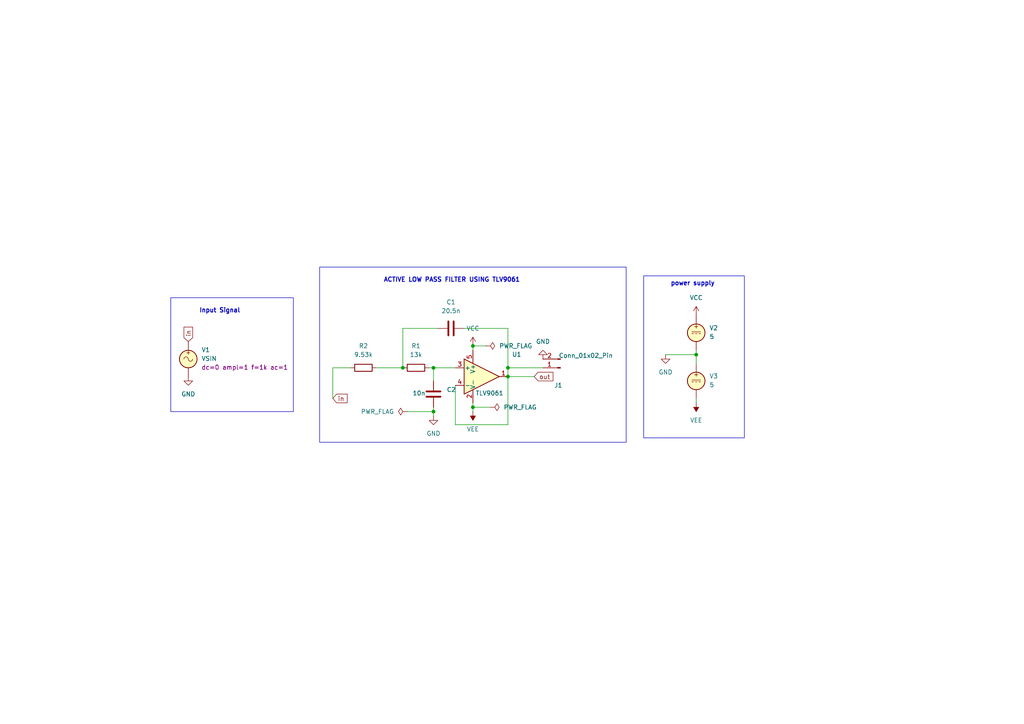
<source format=kicad_sch>
(kicad_sch
	(version 20250114)
	(generator "eeschema")
	(generator_version "9.0")
	(uuid "dcd81fd9-0334-49fd-811c-e291cff9dfdf")
	(paper "A4")
	(title_block
		(title "ACTIVE LOW PASS FILTER ")
		(date "2025-11-29")
		(company "ARIJIT MANDAL")
	)
	(lib_symbols
		(symbol "Amplifier_Operational:TLV9061xDBV"
			(pin_names
				(offset 0.127)
			)
			(exclude_from_sim no)
			(in_bom yes)
			(on_board yes)
			(property "Reference" "U"
				(at -1.27 6.35 0)
				(effects
					(font
						(size 1.27 1.27)
					)
					(justify left)
				)
			)
			(property "Value" "TLV9061xDBV"
				(at -1.27 3.81 0)
				(effects
					(font
						(size 1.27 1.27)
					)
					(justify left)
				)
			)
			(property "Footprint" "Package_TO_SOT_SMD:SOT-23-5"
				(at -15.24 -19.05 0)
				(effects
					(font
						(size 1.27 1.27)
					)
					(justify left)
					(hide yes)
				)
			)
			(property "Datasheet" "https://www.ti.com/lit/ds/symlink/tlv9061.pdf"
				(at 0 20.32 0)
				(effects
					(font
						(size 1.27 1.27)
					)
					(hide yes)
				)
			)
			(property "Description" "10-MHz, RRIO, CMOS Operational Amplifiers for Cost-Sensitive Systems, SOT-23-5"
				(at 0 0 0)
				(effects
					(font
						(size 1.27 1.27)
					)
					(hide yes)
				)
			)
			(property "ki_keywords" "single opamp rail to rail input output"
				(at 0 0 0)
				(effects
					(font
						(size 1.27 1.27)
					)
					(hide yes)
				)
			)
			(property "ki_fp_filters" "SOT?23*"
				(at 0 0 0)
				(effects
					(font
						(size 1.27 1.27)
					)
					(hide yes)
				)
			)
			(symbol "TLV9061xDBV_0_1"
				(polyline
					(pts
						(xy -5.08 5.08) (xy 5.08 0) (xy -5.08 -5.08) (xy -5.08 5.08)
					)
					(stroke
						(width 0.254)
						(type default)
					)
					(fill
						(type background)
					)
				)
				(pin power_in line
					(at -2.54 7.62 270)
					(length 3.81)
					(name "V+"
						(effects
							(font
								(size 1.27 1.27)
							)
						)
					)
					(number "5"
						(effects
							(font
								(size 1.27 1.27)
							)
						)
					)
				)
				(pin power_in line
					(at -2.54 -7.62 90)
					(length 3.81)
					(name "V-"
						(effects
							(font
								(size 1.27 1.27)
							)
						)
					)
					(number "2"
						(effects
							(font
								(size 1.27 1.27)
							)
						)
					)
				)
			)
			(symbol "TLV9061xDBV_1_1"
				(pin input line
					(at -7.62 2.54 0)
					(length 2.54)
					(name "+"
						(effects
							(font
								(size 1.27 1.27)
							)
						)
					)
					(number "3"
						(effects
							(font
								(size 1.27 1.27)
							)
						)
					)
				)
				(pin input line
					(at -7.62 -2.54 0)
					(length 2.54)
					(name "-"
						(effects
							(font
								(size 1.27 1.27)
							)
						)
					)
					(number "4"
						(effects
							(font
								(size 1.27 1.27)
							)
						)
					)
				)
				(pin output line
					(at 7.62 0 180)
					(length 2.54)
					(name "~"
						(effects
							(font
								(size 1.27 1.27)
							)
						)
					)
					(number "1"
						(effects
							(font
								(size 1.27 1.27)
							)
						)
					)
				)
			)
			(embedded_fonts no)
		)
		(symbol "Connector:Conn_01x02_Pin"
			(pin_names
				(offset 1.016)
				(hide yes)
			)
			(exclude_from_sim no)
			(in_bom yes)
			(on_board yes)
			(property "Reference" "J"
				(at 0 2.54 0)
				(effects
					(font
						(size 1.27 1.27)
					)
				)
			)
			(property "Value" "Conn_01x02_Pin"
				(at 0 -5.08 0)
				(effects
					(font
						(size 1.27 1.27)
					)
				)
			)
			(property "Footprint" ""
				(at 0 0 0)
				(effects
					(font
						(size 1.27 1.27)
					)
					(hide yes)
				)
			)
			(property "Datasheet" "~"
				(at 0 0 0)
				(effects
					(font
						(size 1.27 1.27)
					)
					(hide yes)
				)
			)
			(property "Description" "Generic connector, single row, 01x02, script generated"
				(at 0 0 0)
				(effects
					(font
						(size 1.27 1.27)
					)
					(hide yes)
				)
			)
			(property "ki_locked" ""
				(at 0 0 0)
				(effects
					(font
						(size 1.27 1.27)
					)
				)
			)
			(property "ki_keywords" "connector"
				(at 0 0 0)
				(effects
					(font
						(size 1.27 1.27)
					)
					(hide yes)
				)
			)
			(property "ki_fp_filters" "Connector*:*_1x??_*"
				(at 0 0 0)
				(effects
					(font
						(size 1.27 1.27)
					)
					(hide yes)
				)
			)
			(symbol "Conn_01x02_Pin_1_1"
				(rectangle
					(start 0.8636 0.127)
					(end 0 -0.127)
					(stroke
						(width 0.1524)
						(type default)
					)
					(fill
						(type outline)
					)
				)
				(rectangle
					(start 0.8636 -2.413)
					(end 0 -2.667)
					(stroke
						(width 0.1524)
						(type default)
					)
					(fill
						(type outline)
					)
				)
				(polyline
					(pts
						(xy 1.27 0) (xy 0.8636 0)
					)
					(stroke
						(width 0.1524)
						(type default)
					)
					(fill
						(type none)
					)
				)
				(polyline
					(pts
						(xy 1.27 -2.54) (xy 0.8636 -2.54)
					)
					(stroke
						(width 0.1524)
						(type default)
					)
					(fill
						(type none)
					)
				)
				(pin passive line
					(at 5.08 0 180)
					(length 3.81)
					(name "Pin_1"
						(effects
							(font
								(size 1.27 1.27)
							)
						)
					)
					(number "1"
						(effects
							(font
								(size 1.27 1.27)
							)
						)
					)
				)
				(pin passive line
					(at 5.08 -2.54 180)
					(length 3.81)
					(name "Pin_2"
						(effects
							(font
								(size 1.27 1.27)
							)
						)
					)
					(number "2"
						(effects
							(font
								(size 1.27 1.27)
							)
						)
					)
				)
			)
			(embedded_fonts no)
		)
		(symbol "Device:C"
			(pin_numbers
				(hide yes)
			)
			(pin_names
				(offset 0.254)
			)
			(exclude_from_sim no)
			(in_bom yes)
			(on_board yes)
			(property "Reference" "C"
				(at 0.635 2.54 0)
				(effects
					(font
						(size 1.27 1.27)
					)
					(justify left)
				)
			)
			(property "Value" "C"
				(at 0.635 -2.54 0)
				(effects
					(font
						(size 1.27 1.27)
					)
					(justify left)
				)
			)
			(property "Footprint" ""
				(at 0.9652 -3.81 0)
				(effects
					(font
						(size 1.27 1.27)
					)
					(hide yes)
				)
			)
			(property "Datasheet" "~"
				(at 0 0 0)
				(effects
					(font
						(size 1.27 1.27)
					)
					(hide yes)
				)
			)
			(property "Description" "Unpolarized capacitor"
				(at 0 0 0)
				(effects
					(font
						(size 1.27 1.27)
					)
					(hide yes)
				)
			)
			(property "ki_keywords" "cap capacitor"
				(at 0 0 0)
				(effects
					(font
						(size 1.27 1.27)
					)
					(hide yes)
				)
			)
			(property "ki_fp_filters" "C_*"
				(at 0 0 0)
				(effects
					(font
						(size 1.27 1.27)
					)
					(hide yes)
				)
			)
			(symbol "C_0_1"
				(polyline
					(pts
						(xy -2.032 0.762) (xy 2.032 0.762)
					)
					(stroke
						(width 0.508)
						(type default)
					)
					(fill
						(type none)
					)
				)
				(polyline
					(pts
						(xy -2.032 -0.762) (xy 2.032 -0.762)
					)
					(stroke
						(width 0.508)
						(type default)
					)
					(fill
						(type none)
					)
				)
			)
			(symbol "C_1_1"
				(pin passive line
					(at 0 3.81 270)
					(length 2.794)
					(name "~"
						(effects
							(font
								(size 1.27 1.27)
							)
						)
					)
					(number "1"
						(effects
							(font
								(size 1.27 1.27)
							)
						)
					)
				)
				(pin passive line
					(at 0 -3.81 90)
					(length 2.794)
					(name "~"
						(effects
							(font
								(size 1.27 1.27)
							)
						)
					)
					(number "2"
						(effects
							(font
								(size 1.27 1.27)
							)
						)
					)
				)
			)
			(embedded_fonts no)
		)
		(symbol "Device:R"
			(pin_numbers
				(hide yes)
			)
			(pin_names
				(offset 0)
			)
			(exclude_from_sim no)
			(in_bom yes)
			(on_board yes)
			(property "Reference" "R"
				(at 2.032 0 90)
				(effects
					(font
						(size 1.27 1.27)
					)
				)
			)
			(property "Value" "R"
				(at 0 0 90)
				(effects
					(font
						(size 1.27 1.27)
					)
				)
			)
			(property "Footprint" ""
				(at -1.778 0 90)
				(effects
					(font
						(size 1.27 1.27)
					)
					(hide yes)
				)
			)
			(property "Datasheet" "~"
				(at 0 0 0)
				(effects
					(font
						(size 1.27 1.27)
					)
					(hide yes)
				)
			)
			(property "Description" "Resistor"
				(at 0 0 0)
				(effects
					(font
						(size 1.27 1.27)
					)
					(hide yes)
				)
			)
			(property "ki_keywords" "R res resistor"
				(at 0 0 0)
				(effects
					(font
						(size 1.27 1.27)
					)
					(hide yes)
				)
			)
			(property "ki_fp_filters" "R_*"
				(at 0 0 0)
				(effects
					(font
						(size 1.27 1.27)
					)
					(hide yes)
				)
			)
			(symbol "R_0_1"
				(rectangle
					(start -1.016 -2.54)
					(end 1.016 2.54)
					(stroke
						(width 0.254)
						(type default)
					)
					(fill
						(type none)
					)
				)
			)
			(symbol "R_1_1"
				(pin passive line
					(at 0 3.81 270)
					(length 1.27)
					(name "~"
						(effects
							(font
								(size 1.27 1.27)
							)
						)
					)
					(number "1"
						(effects
							(font
								(size 1.27 1.27)
							)
						)
					)
				)
				(pin passive line
					(at 0 -3.81 90)
					(length 1.27)
					(name "~"
						(effects
							(font
								(size 1.27 1.27)
							)
						)
					)
					(number "2"
						(effects
							(font
								(size 1.27 1.27)
							)
						)
					)
				)
			)
			(embedded_fonts no)
		)
		(symbol "Simulation_SPICE:VDC"
			(pin_numbers
				(hide yes)
			)
			(pin_names
				(offset 0.0254)
			)
			(exclude_from_sim no)
			(in_bom yes)
			(on_board yes)
			(property "Reference" "V"
				(at 2.54 2.54 0)
				(effects
					(font
						(size 1.27 1.27)
					)
					(justify left)
				)
			)
			(property "Value" "1"
				(at 2.54 0 0)
				(effects
					(font
						(size 1.27 1.27)
					)
					(justify left)
				)
			)
			(property "Footprint" ""
				(at 0 0 0)
				(effects
					(font
						(size 1.27 1.27)
					)
					(hide yes)
				)
			)
			(property "Datasheet" "https://ngspice.sourceforge.io/docs/ngspice-html-manual/manual.xhtml#sec_Independent_Sources_for"
				(at 0 0 0)
				(effects
					(font
						(size 1.27 1.27)
					)
					(hide yes)
				)
			)
			(property "Description" "Voltage source, DC"
				(at 0 0 0)
				(effects
					(font
						(size 1.27 1.27)
					)
					(hide yes)
				)
			)
			(property "Sim.Pins" "1=+ 2=-"
				(at 0 0 0)
				(effects
					(font
						(size 1.27 1.27)
					)
					(hide yes)
				)
			)
			(property "Sim.Type" "DC"
				(at 0 0 0)
				(effects
					(font
						(size 1.27 1.27)
					)
					(hide yes)
				)
			)
			(property "Sim.Device" "V"
				(at 0 0 0)
				(effects
					(font
						(size 1.27 1.27)
					)
					(justify left)
					(hide yes)
				)
			)
			(property "ki_keywords" "simulation"
				(at 0 0 0)
				(effects
					(font
						(size 1.27 1.27)
					)
					(hide yes)
				)
			)
			(symbol "VDC_0_0"
				(polyline
					(pts
						(xy -1.27 0.254) (xy 1.27 0.254)
					)
					(stroke
						(width 0)
						(type default)
					)
					(fill
						(type none)
					)
				)
				(polyline
					(pts
						(xy -0.762 -0.254) (xy -1.27 -0.254)
					)
					(stroke
						(width 0)
						(type default)
					)
					(fill
						(type none)
					)
				)
				(polyline
					(pts
						(xy 0.254 -0.254) (xy -0.254 -0.254)
					)
					(stroke
						(width 0)
						(type default)
					)
					(fill
						(type none)
					)
				)
				(polyline
					(pts
						(xy 1.27 -0.254) (xy 0.762 -0.254)
					)
					(stroke
						(width 0)
						(type default)
					)
					(fill
						(type none)
					)
				)
				(text "+"
					(at 0 1.905 0)
					(effects
						(font
							(size 1.27 1.27)
						)
					)
				)
			)
			(symbol "VDC_0_1"
				(circle
					(center 0 0)
					(radius 2.54)
					(stroke
						(width 0.254)
						(type default)
					)
					(fill
						(type background)
					)
				)
			)
			(symbol "VDC_1_1"
				(pin passive line
					(at 0 5.08 270)
					(length 2.54)
					(name "~"
						(effects
							(font
								(size 1.27 1.27)
							)
						)
					)
					(number "1"
						(effects
							(font
								(size 1.27 1.27)
							)
						)
					)
				)
				(pin passive line
					(at 0 -5.08 90)
					(length 2.54)
					(name "~"
						(effects
							(font
								(size 1.27 1.27)
							)
						)
					)
					(number "2"
						(effects
							(font
								(size 1.27 1.27)
							)
						)
					)
				)
			)
			(embedded_fonts no)
		)
		(symbol "Simulation_SPICE:VSIN"
			(pin_numbers
				(hide yes)
			)
			(pin_names
				(offset 0.0254)
			)
			(exclude_from_sim no)
			(in_bom yes)
			(on_board yes)
			(property "Reference" "V"
				(at 2.54 2.54 0)
				(effects
					(font
						(size 1.27 1.27)
					)
					(justify left)
				)
			)
			(property "Value" "VSIN"
				(at 2.54 0 0)
				(effects
					(font
						(size 1.27 1.27)
					)
					(justify left)
				)
			)
			(property "Footprint" ""
				(at 0 0 0)
				(effects
					(font
						(size 1.27 1.27)
					)
					(hide yes)
				)
			)
			(property "Datasheet" "https://ngspice.sourceforge.io/docs/ngspice-html-manual/manual.xhtml#sec_Independent_Sources_for"
				(at 0 0 0)
				(effects
					(font
						(size 1.27 1.27)
					)
					(hide yes)
				)
			)
			(property "Description" "Voltage source, sinusoidal"
				(at 0 0 0)
				(effects
					(font
						(size 1.27 1.27)
					)
					(hide yes)
				)
			)
			(property "Sim.Pins" "1=+ 2=-"
				(at 0 0 0)
				(effects
					(font
						(size 1.27 1.27)
					)
					(hide yes)
				)
			)
			(property "Sim.Params" "dc=0 ampl=1 f=1k ac=1"
				(at 2.54 -2.54 0)
				(effects
					(font
						(size 1.27 1.27)
					)
					(justify left)
				)
			)
			(property "Sim.Type" "SIN"
				(at 0 0 0)
				(effects
					(font
						(size 1.27 1.27)
					)
					(hide yes)
				)
			)
			(property "Sim.Device" "V"
				(at 0 0 0)
				(effects
					(font
						(size 1.27 1.27)
					)
					(justify left)
					(hide yes)
				)
			)
			(property "ki_keywords" "simulation ac vac"
				(at 0 0 0)
				(effects
					(font
						(size 1.27 1.27)
					)
					(hide yes)
				)
			)
			(symbol "VSIN_0_0"
				(arc
					(start -1.27 0)
					(mid -0.635 0.6323)
					(end 0 0)
					(stroke
						(width 0)
						(type default)
					)
					(fill
						(type none)
					)
				)
				(arc
					(start 1.27 0)
					(mid 0.635 -0.6323)
					(end 0 0)
					(stroke
						(width 0)
						(type default)
					)
					(fill
						(type none)
					)
				)
				(text "+"
					(at 0 1.905 0)
					(effects
						(font
							(size 1.27 1.27)
						)
					)
				)
			)
			(symbol "VSIN_0_1"
				(circle
					(center 0 0)
					(radius 2.54)
					(stroke
						(width 0.254)
						(type default)
					)
					(fill
						(type background)
					)
				)
			)
			(symbol "VSIN_1_1"
				(pin passive line
					(at 0 5.08 270)
					(length 2.54)
					(name "~"
						(effects
							(font
								(size 1.27 1.27)
							)
						)
					)
					(number "1"
						(effects
							(font
								(size 1.27 1.27)
							)
						)
					)
				)
				(pin passive line
					(at 0 -5.08 90)
					(length 2.54)
					(name "~"
						(effects
							(font
								(size 1.27 1.27)
							)
						)
					)
					(number "2"
						(effects
							(font
								(size 1.27 1.27)
							)
						)
					)
				)
			)
			(embedded_fonts no)
		)
		(symbol "power:GND"
			(power)
			(pin_numbers
				(hide yes)
			)
			(pin_names
				(offset 0)
				(hide yes)
			)
			(exclude_from_sim no)
			(in_bom yes)
			(on_board yes)
			(property "Reference" "#PWR"
				(at 0 -6.35 0)
				(effects
					(font
						(size 1.27 1.27)
					)
					(hide yes)
				)
			)
			(property "Value" "GND"
				(at 0 -3.81 0)
				(effects
					(font
						(size 1.27 1.27)
					)
				)
			)
			(property "Footprint" ""
				(at 0 0 0)
				(effects
					(font
						(size 1.27 1.27)
					)
					(hide yes)
				)
			)
			(property "Datasheet" ""
				(at 0 0 0)
				(effects
					(font
						(size 1.27 1.27)
					)
					(hide yes)
				)
			)
			(property "Description" "Power symbol creates a global label with name \"GND\" , ground"
				(at 0 0 0)
				(effects
					(font
						(size 1.27 1.27)
					)
					(hide yes)
				)
			)
			(property "ki_keywords" "global power"
				(at 0 0 0)
				(effects
					(font
						(size 1.27 1.27)
					)
					(hide yes)
				)
			)
			(symbol "GND_0_1"
				(polyline
					(pts
						(xy 0 0) (xy 0 -1.27) (xy 1.27 -1.27) (xy 0 -2.54) (xy -1.27 -1.27) (xy 0 -1.27)
					)
					(stroke
						(width 0)
						(type default)
					)
					(fill
						(type none)
					)
				)
			)
			(symbol "GND_1_1"
				(pin power_in line
					(at 0 0 270)
					(length 0)
					(name "~"
						(effects
							(font
								(size 1.27 1.27)
							)
						)
					)
					(number "1"
						(effects
							(font
								(size 1.27 1.27)
							)
						)
					)
				)
			)
			(embedded_fonts no)
		)
		(symbol "power:PWR_FLAG"
			(power)
			(pin_numbers
				(hide yes)
			)
			(pin_names
				(offset 0)
				(hide yes)
			)
			(exclude_from_sim no)
			(in_bom yes)
			(on_board yes)
			(property "Reference" "#FLG"
				(at 0 1.905 0)
				(effects
					(font
						(size 1.27 1.27)
					)
					(hide yes)
				)
			)
			(property "Value" "PWR_FLAG"
				(at 0 3.81 0)
				(effects
					(font
						(size 1.27 1.27)
					)
				)
			)
			(property "Footprint" ""
				(at 0 0 0)
				(effects
					(font
						(size 1.27 1.27)
					)
					(hide yes)
				)
			)
			(property "Datasheet" "~"
				(at 0 0 0)
				(effects
					(font
						(size 1.27 1.27)
					)
					(hide yes)
				)
			)
			(property "Description" "Special symbol for telling ERC where power comes from"
				(at 0 0 0)
				(effects
					(font
						(size 1.27 1.27)
					)
					(hide yes)
				)
			)
			(property "ki_keywords" "flag power"
				(at 0 0 0)
				(effects
					(font
						(size 1.27 1.27)
					)
					(hide yes)
				)
			)
			(symbol "PWR_FLAG_0_0"
				(pin power_out line
					(at 0 0 90)
					(length 0)
					(name "~"
						(effects
							(font
								(size 1.27 1.27)
							)
						)
					)
					(number "1"
						(effects
							(font
								(size 1.27 1.27)
							)
						)
					)
				)
			)
			(symbol "PWR_FLAG_0_1"
				(polyline
					(pts
						(xy 0 0) (xy 0 1.27) (xy -1.016 1.905) (xy 0 2.54) (xy 1.016 1.905) (xy 0 1.27)
					)
					(stroke
						(width 0)
						(type default)
					)
					(fill
						(type none)
					)
				)
			)
			(embedded_fonts no)
		)
		(symbol "power:VCC"
			(power)
			(pin_numbers
				(hide yes)
			)
			(pin_names
				(offset 0)
				(hide yes)
			)
			(exclude_from_sim no)
			(in_bom yes)
			(on_board yes)
			(property "Reference" "#PWR"
				(at 0 -3.81 0)
				(effects
					(font
						(size 1.27 1.27)
					)
					(hide yes)
				)
			)
			(property "Value" "VCC"
				(at 0 3.556 0)
				(effects
					(font
						(size 1.27 1.27)
					)
				)
			)
			(property "Footprint" ""
				(at 0 0 0)
				(effects
					(font
						(size 1.27 1.27)
					)
					(hide yes)
				)
			)
			(property "Datasheet" ""
				(at 0 0 0)
				(effects
					(font
						(size 1.27 1.27)
					)
					(hide yes)
				)
			)
			(property "Description" "Power symbol creates a global label with name \"VCC\""
				(at 0 0 0)
				(effects
					(font
						(size 1.27 1.27)
					)
					(hide yes)
				)
			)
			(property "ki_keywords" "global power"
				(at 0 0 0)
				(effects
					(font
						(size 1.27 1.27)
					)
					(hide yes)
				)
			)
			(symbol "VCC_0_1"
				(polyline
					(pts
						(xy -0.762 1.27) (xy 0 2.54)
					)
					(stroke
						(width 0)
						(type default)
					)
					(fill
						(type none)
					)
				)
				(polyline
					(pts
						(xy 0 2.54) (xy 0.762 1.27)
					)
					(stroke
						(width 0)
						(type default)
					)
					(fill
						(type none)
					)
				)
				(polyline
					(pts
						(xy 0 0) (xy 0 2.54)
					)
					(stroke
						(width 0)
						(type default)
					)
					(fill
						(type none)
					)
				)
			)
			(symbol "VCC_1_1"
				(pin power_in line
					(at 0 0 90)
					(length 0)
					(name "~"
						(effects
							(font
								(size 1.27 1.27)
							)
						)
					)
					(number "1"
						(effects
							(font
								(size 1.27 1.27)
							)
						)
					)
				)
			)
			(embedded_fonts no)
		)
		(symbol "power:VEE"
			(power)
			(pin_numbers
				(hide yes)
			)
			(pin_names
				(offset 0)
				(hide yes)
			)
			(exclude_from_sim no)
			(in_bom yes)
			(on_board yes)
			(property "Reference" "#PWR"
				(at 0 -3.81 0)
				(effects
					(font
						(size 1.27 1.27)
					)
					(hide yes)
				)
			)
			(property "Value" "VEE"
				(at 0 3.556 0)
				(effects
					(font
						(size 1.27 1.27)
					)
				)
			)
			(property "Footprint" ""
				(at 0 0 0)
				(effects
					(font
						(size 1.27 1.27)
					)
					(hide yes)
				)
			)
			(property "Datasheet" ""
				(at 0 0 0)
				(effects
					(font
						(size 1.27 1.27)
					)
					(hide yes)
				)
			)
			(property "Description" "Power symbol creates a global label with name \"VEE\""
				(at 0 0 0)
				(effects
					(font
						(size 1.27 1.27)
					)
					(hide yes)
				)
			)
			(property "ki_keywords" "global power"
				(at 0 0 0)
				(effects
					(font
						(size 1.27 1.27)
					)
					(hide yes)
				)
			)
			(symbol "VEE_0_1"
				(polyline
					(pts
						(xy 0 0) (xy 0 2.54)
					)
					(stroke
						(width 0)
						(type default)
					)
					(fill
						(type none)
					)
				)
				(polyline
					(pts
						(xy 0.762 1.27) (xy -0.762 1.27) (xy 0 2.54) (xy 0.762 1.27)
					)
					(stroke
						(width 0)
						(type default)
					)
					(fill
						(type outline)
					)
				)
			)
			(symbol "VEE_1_1"
				(pin power_in line
					(at 0 0 90)
					(length 0)
					(name "~"
						(effects
							(font
								(size 1.27 1.27)
							)
						)
					)
					(number "1"
						(effects
							(font
								(size 1.27 1.27)
							)
						)
					)
				)
			)
			(embedded_fonts no)
		)
	)
	(rectangle
		(start 92.71 77.47)
		(end 181.61 128.27)
		(stroke
			(width 0)
			(type default)
		)
		(fill
			(type none)
		)
		(uuid 39fcf29e-fafe-48af-ab83-acc0da666657)
	)
	(rectangle
		(start 186.69 80.01)
		(end 215.9 127)
		(stroke
			(width 0)
			(type default)
		)
		(fill
			(type none)
		)
		(uuid 695c988f-ffda-4691-bcc8-65c377ecde93)
	)
	(rectangle
		(start 49.53 86.36)
		(end 85.09 119.38)
		(stroke
			(width 0)
			(type default)
		)
		(fill
			(type none)
		)
		(uuid d0e09c38-53d9-4e71-906b-c8592e73cee2)
	)
	(text "power supply\n"
		(exclude_from_sim no)
		(at 200.914 82.296 0)
		(effects
			(font
				(size 1.27 1.27)
				(thickness 0.254)
				(bold yes)
			)
		)
		(uuid "48820540-3ad7-4505-ae6f-477f8c2dd61e")
	)
	(text "ACTIVE LOW PASS FILTER USING TLV9061"
		(exclude_from_sim no)
		(at 131.064 81.28 0)
		(effects
			(font
				(size 1.27 1.27)
				(thickness 0.254)
				(bold yes)
			)
		)
		(uuid "b87a8fa4-6dd3-45f9-98ec-ebd3da5907dc")
	)
	(text "Input Signal"
		(exclude_from_sim no)
		(at 63.754 90.17 0)
		(effects
			(font
				(size 1.27 1.27)
				(thickness 0.254)
				(bold yes)
			)
		)
		(uuid "e27f87c5-027e-4e50-acd7-2854803761af")
	)
	(junction
		(at 201.93 102.87)
		(diameter 0)
		(color 0 0 0 0)
		(uuid "045cdc35-0a6b-426f-bba8-3a6a25393abb")
	)
	(junction
		(at 147.32 109.22)
		(diameter 0)
		(color 0 0 0 0)
		(uuid "0d15417f-de9a-47e9-ae5c-31cb7bb37210")
	)
	(junction
		(at 137.16 100.33)
		(diameter 0)
		(color 0 0 0 0)
		(uuid "21770e23-8725-472b-9a95-ec7a7cb3c222")
	)
	(junction
		(at 116.84 106.68)
		(diameter 0)
		(color 0 0 0 0)
		(uuid "444a3c02-f7a9-445f-a057-d208e2c4bfc5")
	)
	(junction
		(at 125.73 106.68)
		(diameter 0)
		(color 0 0 0 0)
		(uuid "87da6a64-ff94-4353-811d-f729b472d573")
	)
	(junction
		(at 147.32 106.68)
		(diameter 0)
		(color 0 0 0 0)
		(uuid "ef43b3ec-22bc-4022-970a-b3847db239e8")
	)
	(junction
		(at 137.16 118.11)
		(diameter 0)
		(color 0 0 0 0)
		(uuid "f6fd0a15-c532-4d48-bc95-be89faea65fd")
	)
	(junction
		(at 125.73 119.38)
		(diameter 0)
		(color 0 0 0 0)
		(uuid "fcc41fe2-d07d-4666-a442-57104c802ff1")
	)
	(wire
		(pts
			(xy 137.16 118.11) (xy 137.16 116.84)
		)
		(stroke
			(width 0)
			(type default)
		)
		(uuid "0028eab4-ddc2-4a76-bb95-4ea71fc8df74")
	)
	(wire
		(pts
			(xy 140.97 100.33) (xy 137.16 100.33)
		)
		(stroke
			(width 0)
			(type default)
		)
		(uuid "01a9276b-d3f9-4cc1-b431-eb33c49e67ab")
	)
	(wire
		(pts
			(xy 147.32 95.25) (xy 147.32 106.68)
		)
		(stroke
			(width 0)
			(type default)
		)
		(uuid "0a9444ef-d6da-40a8-8808-925fdca2013b")
	)
	(wire
		(pts
			(xy 125.73 120.65) (xy 125.73 119.38)
		)
		(stroke
			(width 0)
			(type default)
		)
		(uuid "10ec1fb0-dcab-4918-9faa-f5f3e49320bb")
	)
	(wire
		(pts
			(xy 201.93 115.57) (xy 201.93 116.84)
		)
		(stroke
			(width 0)
			(type default)
		)
		(uuid "1334f1c3-bd92-45dc-bc7d-c0d41496acab")
	)
	(wire
		(pts
			(xy 147.32 123.19) (xy 147.32 109.22)
		)
		(stroke
			(width 0)
			(type default)
		)
		(uuid "15e4c394-38af-4cf2-b1de-8f83b654385a")
	)
	(wire
		(pts
			(xy 201.93 102.87) (xy 201.93 101.6)
		)
		(stroke
			(width 0)
			(type default)
		)
		(uuid "32b58a4a-d66d-4220-868d-adae34ec4a53")
	)
	(wire
		(pts
			(xy 118.11 119.38) (xy 125.73 119.38)
		)
		(stroke
			(width 0)
			(type default)
		)
		(uuid "38cc5ab9-b897-4928-8a5b-7399cb491a49")
	)
	(wire
		(pts
			(xy 116.84 95.25) (xy 116.84 106.68)
		)
		(stroke
			(width 0)
			(type default)
		)
		(uuid "3e8462be-568a-4597-9b80-901a0657a6d9")
	)
	(wire
		(pts
			(xy 193.04 102.87) (xy 201.93 102.87)
		)
		(stroke
			(width 0)
			(type default)
		)
		(uuid "592b6362-dbbb-4c9f-bc89-839714f93c7f")
	)
	(wire
		(pts
			(xy 137.16 119.38) (xy 137.16 118.11)
		)
		(stroke
			(width 0)
			(type default)
		)
		(uuid "68bfe916-5bd8-47f7-9c84-f049b8b8ab8a")
	)
	(wire
		(pts
			(xy 132.08 123.19) (xy 132.08 111.76)
		)
		(stroke
			(width 0)
			(type default)
		)
		(uuid "6c9308a1-0768-4abf-baea-1367029e8987")
	)
	(wire
		(pts
			(xy 96.52 106.68) (xy 96.52 115.57)
		)
		(stroke
			(width 0)
			(type default)
		)
		(uuid "8071aa23-cfcd-453d-9bf5-5c20f687f886")
	)
	(wire
		(pts
			(xy 127 95.25) (xy 116.84 95.25)
		)
		(stroke
			(width 0)
			(type default)
		)
		(uuid "8de924b7-9b08-4b09-af0a-82be50656869")
	)
	(wire
		(pts
			(xy 134.62 95.25) (xy 147.32 95.25)
		)
		(stroke
			(width 0)
			(type default)
		)
		(uuid "9976c3ed-d6e2-464a-82e2-7fe63b4281f9")
	)
	(wire
		(pts
			(xy 142.24 118.11) (xy 137.16 118.11)
		)
		(stroke
			(width 0)
			(type default)
		)
		(uuid "9d6854c9-5012-48c6-8fcd-004a84e90052")
	)
	(wire
		(pts
			(xy 132.08 123.19) (xy 147.32 123.19)
		)
		(stroke
			(width 0)
			(type default)
		)
		(uuid "a58a54c6-851a-4f80-8f0d-356108b73e8b")
	)
	(wire
		(pts
			(xy 125.73 106.68) (xy 125.73 110.49)
		)
		(stroke
			(width 0)
			(type default)
		)
		(uuid "a6635b62-8d94-4d38-80ab-4b984c9d198c")
	)
	(wire
		(pts
			(xy 147.32 109.22) (xy 154.94 109.22)
		)
		(stroke
			(width 0)
			(type default)
		)
		(uuid "a7ab431b-50f0-4eef-9ddb-5888c9e95e72")
	)
	(wire
		(pts
			(xy 125.73 119.38) (xy 125.73 118.11)
		)
		(stroke
			(width 0)
			(type default)
		)
		(uuid "ada50999-49f4-4ed4-8e0e-5606e27c3bec")
	)
	(wire
		(pts
			(xy 147.32 106.68) (xy 147.32 109.22)
		)
		(stroke
			(width 0)
			(type default)
		)
		(uuid "b0b3e75a-91c2-4e54-8744-a60dd04a8b18")
	)
	(wire
		(pts
			(xy 109.22 106.68) (xy 116.84 106.68)
		)
		(stroke
			(width 0)
			(type default)
		)
		(uuid "c5c4c45e-26e6-4065-b4c8-b9df3a3a7ed9")
	)
	(wire
		(pts
			(xy 137.16 100.33) (xy 137.16 101.6)
		)
		(stroke
			(width 0)
			(type default)
		)
		(uuid "d26f07e3-378f-43cb-bd24-d84335d5815d")
	)
	(wire
		(pts
			(xy 101.6 106.68) (xy 96.52 106.68)
		)
		(stroke
			(width 0)
			(type default)
		)
		(uuid "d560880f-0e6a-492c-a41f-d675e028a2f2")
	)
	(wire
		(pts
			(xy 157.48 106.68) (xy 147.32 106.68)
		)
		(stroke
			(width 0)
			(type default)
		)
		(uuid "d6890e7d-b7c8-4bff-b9a1-b027d81f6e99")
	)
	(wire
		(pts
			(xy 201.93 105.41) (xy 201.93 102.87)
		)
		(stroke
			(width 0)
			(type default)
		)
		(uuid "e3985bd6-1183-4445-aa4c-ece9f6284cd2")
	)
	(wire
		(pts
			(xy 124.46 106.68) (xy 125.73 106.68)
		)
		(stroke
			(width 0)
			(type default)
		)
		(uuid "f66bf0d8-4c3b-45ad-923d-36fc116b986b")
	)
	(wire
		(pts
			(xy 125.73 106.68) (xy 132.08 106.68)
		)
		(stroke
			(width 0)
			(type default)
		)
		(uuid "fda39328-b2a6-406b-9cd9-9b41a1fc9746")
	)
	(global_label "in"
		(shape input)
		(at 54.61 99.06 90)
		(fields_autoplaced yes)
		(effects
			(font
				(size 1.27 1.27)
			)
			(justify left)
		)
		(uuid "3853ada2-ef82-4515-bfd2-02283504b54e")
		(property "Intersheetrefs" "${INTERSHEET_REFS}"
			(at 54.61 94.321 90)
			(effects
				(font
					(size 1.27 1.27)
				)
				(justify left)
				(hide yes)
			)
		)
	)
	(global_label "out"
		(shape input)
		(at 154.94 109.22 0)
		(fields_autoplaced yes)
		(effects
			(font
				(size 1.27 1.27)
			)
			(justify left)
		)
		(uuid "5f40f748-3eae-41bd-9c67-57a372c8a8e2")
		(property "Intersheetrefs" "${INTERSHEET_REFS}"
			(at 160.9489 109.22 0)
			(effects
				(font
					(size 1.27 1.27)
				)
				(justify left)
				(hide yes)
			)
		)
	)
	(global_label "in"
		(shape input)
		(at 96.52 115.57 0)
		(fields_autoplaced yes)
		(effects
			(font
				(size 1.27 1.27)
			)
			(justify left)
		)
		(uuid "c058ed35-1cff-4bbd-80af-9f7b329a8626")
		(property "Intersheetrefs" "${INTERSHEET_REFS}"
			(at 101.259 115.57 0)
			(effects
				(font
					(size 1.27 1.27)
				)
				(justify left)
				(hide yes)
			)
		)
	)
	(symbol
		(lib_id "power:GND")
		(at 193.04 102.87 0)
		(unit 1)
		(exclude_from_sim no)
		(in_bom yes)
		(on_board yes)
		(dnp no)
		(fields_autoplaced yes)
		(uuid "0934e823-5066-4e91-9702-8365934059fe")
		(property "Reference" "#PWR07"
			(at 193.04 109.22 0)
			(effects
				(font
					(size 1.27 1.27)
				)
				(hide yes)
			)
		)
		(property "Value" "GND"
			(at 193.04 107.95 0)
			(effects
				(font
					(size 1.27 1.27)
				)
			)
		)
		(property "Footprint" ""
			(at 193.04 102.87 0)
			(effects
				(font
					(size 1.27 1.27)
				)
				(hide yes)
			)
		)
		(property "Datasheet" ""
			(at 193.04 102.87 0)
			(effects
				(font
					(size 1.27 1.27)
				)
				(hide yes)
			)
		)
		(property "Description" "Power symbol creates a global label with name \"GND\" , ground"
			(at 193.04 102.87 0)
			(effects
				(font
					(size 1.27 1.27)
				)
				(hide yes)
			)
		)
		(pin "1"
			(uuid "249eed9f-fb0f-4c0f-b275-de7829c3651a")
		)
		(instances
			(project ""
				(path "/dcd81fd9-0334-49fd-811c-e291cff9dfdf"
					(reference "#PWR07")
					(unit 1)
				)
			)
		)
	)
	(symbol
		(lib_id "power:VCC")
		(at 201.93 91.44 0)
		(unit 1)
		(exclude_from_sim no)
		(in_bom yes)
		(on_board yes)
		(dnp no)
		(fields_autoplaced yes)
		(uuid "4350898e-d020-4cce-8d27-675188c759c6")
		(property "Reference" "#PWR06"
			(at 201.93 95.25 0)
			(effects
				(font
					(size 1.27 1.27)
				)
				(hide yes)
			)
		)
		(property "Value" "VCC"
			(at 201.93 86.36 0)
			(effects
				(font
					(size 1.27 1.27)
				)
			)
		)
		(property "Footprint" ""
			(at 201.93 91.44 0)
			(effects
				(font
					(size 1.27 1.27)
				)
				(hide yes)
			)
		)
		(property "Datasheet" ""
			(at 201.93 91.44 0)
			(effects
				(font
					(size 1.27 1.27)
				)
				(hide yes)
			)
		)
		(property "Description" "Power symbol creates a global label with name \"VCC\""
			(at 201.93 91.44 0)
			(effects
				(font
					(size 1.27 1.27)
				)
				(hide yes)
			)
		)
		(pin "1"
			(uuid "72bf9d76-4cc6-4d8a-9a34-e5db4832bfbf")
		)
		(instances
			(project "LowPassFilter"
				(path "/dcd81fd9-0334-49fd-811c-e291cff9dfdf"
					(reference "#PWR06")
					(unit 1)
				)
			)
		)
	)
	(symbol
		(lib_id "power:PWR_FLAG")
		(at 118.11 119.38 90)
		(unit 1)
		(exclude_from_sim no)
		(in_bom yes)
		(on_board yes)
		(dnp no)
		(fields_autoplaced yes)
		(uuid "442e0b9d-8637-4f56-b6ae-0ec8b7f783f0")
		(property "Reference" "#FLG03"
			(at 116.205 119.38 0)
			(effects
				(font
					(size 1.27 1.27)
				)
				(hide yes)
			)
		)
		(property "Value" "PWR_FLAG"
			(at 114.3 119.3799 90)
			(effects
				(font
					(size 1.27 1.27)
				)
				(justify left)
			)
		)
		(property "Footprint" ""
			(at 118.11 119.38 0)
			(effects
				(font
					(size 1.27 1.27)
				)
				(hide yes)
			)
		)
		(property "Datasheet" "~"
			(at 118.11 119.38 0)
			(effects
				(font
					(size 1.27 1.27)
				)
				(hide yes)
			)
		)
		(property "Description" "Special symbol for telling ERC where power comes from"
			(at 118.11 119.38 0)
			(effects
				(font
					(size 1.27 1.27)
				)
				(hide yes)
			)
		)
		(pin "1"
			(uuid "ff71a8b5-ba82-45ec-a1e9-ec66352b5e46")
		)
		(instances
			(project "LowPassFilter"
				(path "/dcd81fd9-0334-49fd-811c-e291cff9dfdf"
					(reference "#FLG03")
					(unit 1)
				)
			)
		)
	)
	(symbol
		(lib_id "power:GND")
		(at 54.61 109.22 0)
		(unit 1)
		(exclude_from_sim no)
		(in_bom yes)
		(on_board yes)
		(dnp no)
		(fields_autoplaced yes)
		(uuid "47d7024f-98ea-45be-a188-286616891d7f")
		(property "Reference" "#PWR02"
			(at 54.61 115.57 0)
			(effects
				(font
					(size 1.27 1.27)
				)
				(hide yes)
			)
		)
		(property "Value" "GND"
			(at 54.61 114.3 0)
			(effects
				(font
					(size 1.27 1.27)
				)
			)
		)
		(property "Footprint" ""
			(at 54.61 109.22 0)
			(effects
				(font
					(size 1.27 1.27)
				)
				(hide yes)
			)
		)
		(property "Datasheet" ""
			(at 54.61 109.22 0)
			(effects
				(font
					(size 1.27 1.27)
				)
				(hide yes)
			)
		)
		(property "Description" "Power symbol creates a global label with name \"GND\" , ground"
			(at 54.61 109.22 0)
			(effects
				(font
					(size 1.27 1.27)
				)
				(hide yes)
			)
		)
		(pin "1"
			(uuid "59c7fbd6-2934-46ba-a695-3c744c01dd87")
		)
		(instances
			(project ""
				(path "/dcd81fd9-0334-49fd-811c-e291cff9dfdf"
					(reference "#PWR02")
					(unit 1)
				)
			)
		)
	)
	(symbol
		(lib_id "Amplifier_Operational:TLV9061xDBV")
		(at 139.7 109.22 0)
		(unit 1)
		(exclude_from_sim no)
		(in_bom yes)
		(on_board yes)
		(dnp no)
		(uuid "489e473a-0173-48bc-bf5f-cceb87f35168")
		(property "Reference" "U1"
			(at 149.86 102.7998 0)
			(effects
				(font
					(size 1.27 1.27)
				)
			)
		)
		(property "Value" "TLV9061"
			(at 141.986 114.046 0)
			(effects
				(font
					(size 1.27 1.27)
				)
			)
		)
		(property "Footprint" "Package_TO_SOT_SMD:SOT-23-5"
			(at 124.46 128.27 0)
			(effects
				(font
					(size 1.27 1.27)
				)
				(justify left)
				(hide yes)
			)
		)
		(property "Datasheet" "https://www.ti.com/lit/ds/symlink/tlv9061.pdf"
			(at 139.7 88.9 0)
			(effects
				(font
					(size 1.27 1.27)
				)
				(hide yes)
			)
		)
		(property "Description" "10-MHz, RRIO, CMOS Operational Amplifiers for Cost-Sensitive Systems, SOT-23-5"
			(at 139.7 109.22 0)
			(effects
				(font
					(size 1.27 1.27)
				)
				(hide yes)
			)
		)
		(property "Sim.Device" "SPICE"
			(at 139.7 109.22 0)
			(effects
				(font
					(size 1.27 1.27)
				)
				(hide yes)
			)
		)
		(property "Sim.Params" "type=opamp model=\".subckt opamp 1 2 3 4 5\n+ node definitions:\n+ 1 = OUT\n+ 2 = IN-\n+ 3 = IN+\n+ 4 = V+\n+ 5 = V-\""
			(at 139.7 109.22 0)
			(effects
				(font
					(size 1.27 1.27)
				)
				(hide yes)
			)
		)
		(pin "2"
			(uuid "bea9021e-927c-4278-ae47-cdcb00456818")
		)
		(pin "5"
			(uuid "a881f478-e155-4595-8fcc-a4b57d53cb7a")
		)
		(pin "3"
			(uuid "fd7d4ecb-2451-4175-89dc-82ad01e54165")
		)
		(pin "1"
			(uuid "f73dd2f8-b357-49a8-a8b2-594d1299983a")
		)
		(pin "4"
			(uuid "1aec3c16-8aa1-407e-9208-d4f41e61d052")
		)
		(instances
			(project ""
				(path "/dcd81fd9-0334-49fd-811c-e291cff9dfdf"
					(reference "U1")
					(unit 1)
				)
			)
		)
	)
	(symbol
		(lib_id "Device:C")
		(at 130.81 95.25 90)
		(unit 1)
		(exclude_from_sim no)
		(in_bom yes)
		(on_board yes)
		(dnp no)
		(fields_autoplaced yes)
		(uuid "75d611b4-e99b-4bbd-9e4c-038e3f8f9cce")
		(property "Reference" "C1"
			(at 130.81 87.63 90)
			(effects
				(font
					(size 1.27 1.27)
				)
			)
		)
		(property "Value" "20.5n"
			(at 130.81 90.17 90)
			(effects
				(font
					(size 1.27 1.27)
				)
			)
		)
		(property "Footprint" "Capacitor_THT:C_Axial_L3.8mm_D2.6mm_P12.50mm_Horizontal"
			(at 134.62 94.2848 0)
			(effects
				(font
					(size 1.27 1.27)
				)
				(hide yes)
			)
		)
		(property "Datasheet" "~"
			(at 130.81 95.25 0)
			(effects
				(font
					(size 1.27 1.27)
				)
				(hide yes)
			)
		)
		(property "Description" "Unpolarized capacitor"
			(at 130.81 95.25 0)
			(effects
				(font
					(size 1.27 1.27)
				)
				(hide yes)
			)
		)
		(pin "1"
			(uuid "a798965f-2bfc-4848-bb25-18d071131554")
		)
		(pin "2"
			(uuid "5d676553-cffe-4a9e-ac85-be2002a2bafd")
		)
		(instances
			(project ""
				(path "/dcd81fd9-0334-49fd-811c-e291cff9dfdf"
					(reference "C1")
					(unit 1)
				)
			)
		)
	)
	(symbol
		(lib_id "power:GND")
		(at 157.48 104.14 180)
		(unit 1)
		(exclude_from_sim no)
		(in_bom yes)
		(on_board yes)
		(dnp no)
		(fields_autoplaced yes)
		(uuid "769c2862-f249-4145-af3a-8d8853740316")
		(property "Reference" "#PWR08"
			(at 157.48 97.79 0)
			(effects
				(font
					(size 1.27 1.27)
				)
				(hide yes)
			)
		)
		(property "Value" "GND"
			(at 157.48 99.06 0)
			(effects
				(font
					(size 1.27 1.27)
				)
			)
		)
		(property "Footprint" ""
			(at 157.48 104.14 0)
			(effects
				(font
					(size 1.27 1.27)
				)
				(hide yes)
			)
		)
		(property "Datasheet" ""
			(at 157.48 104.14 0)
			(effects
				(font
					(size 1.27 1.27)
				)
				(hide yes)
			)
		)
		(property "Description" "Power symbol creates a global label with name \"GND\" , ground"
			(at 157.48 104.14 0)
			(effects
				(font
					(size 1.27 1.27)
				)
				(hide yes)
			)
		)
		(pin "1"
			(uuid "aff62572-343f-4faa-b192-78db292a4676")
		)
		(instances
			(project ""
				(path "/dcd81fd9-0334-49fd-811c-e291cff9dfdf"
					(reference "#PWR08")
					(unit 1)
				)
			)
		)
	)
	(symbol
		(lib_id "Simulation_SPICE:VSIN")
		(at 54.61 104.14 0)
		(unit 1)
		(exclude_from_sim no)
		(in_bom yes)
		(on_board yes)
		(dnp no)
		(fields_autoplaced yes)
		(uuid "86a0fde0-c022-4900-9875-3d553bc4d9d0")
		(property "Reference" "V1"
			(at 58.42 101.4701 0)
			(effects
				(font
					(size 1.27 1.27)
				)
				(justify left)
			)
		)
		(property "Value" "VSIN"
			(at 58.42 104.0101 0)
			(effects
				(font
					(size 1.27 1.27)
				)
				(justify left)
			)
		)
		(property "Footprint" "Connector_PinHeader_2.54mm:PinHeader_1x02_P2.54mm_Horizontal"
			(at 54.61 104.14 0)
			(effects
				(font
					(size 1.27 1.27)
				)
				(hide yes)
			)
		)
		(property "Datasheet" "https://ngspice.sourceforge.io/docs/ngspice-html-manual/manual.xhtml#sec_Independent_Sources_for"
			(at 54.61 104.14 0)
			(effects
				(font
					(size 1.27 1.27)
				)
				(hide yes)
			)
		)
		(property "Description" "Voltage source, sinusoidal"
			(at 54.61 104.14 0)
			(effects
				(font
					(size 1.27 1.27)
				)
				(hide yes)
			)
		)
		(property "Sim.Pins" "1=+ 2=-"
			(at 54.61 104.14 0)
			(effects
				(font
					(size 1.27 1.27)
				)
				(hide yes)
			)
		)
		(property "Sim.Params" "dc=0 ampl=1 f=1k ac=1"
			(at 58.42 106.5501 0)
			(effects
				(font
					(size 1.27 1.27)
				)
				(justify left)
			)
		)
		(property "Sim.Type" "SIN"
			(at 54.61 104.14 0)
			(effects
				(font
					(size 1.27 1.27)
				)
				(hide yes)
			)
		)
		(property "Sim.Device" "V"
			(at 54.61 104.14 0)
			(effects
				(font
					(size 1.27 1.27)
				)
				(justify left)
				(hide yes)
			)
		)
		(pin "2"
			(uuid "33cb7a64-a483-410b-9ab9-acc68eaa78e2")
		)
		(pin "1"
			(uuid "c1ea8103-0f03-4c8b-a68f-83550147edf5")
		)
		(instances
			(project ""
				(path "/dcd81fd9-0334-49fd-811c-e291cff9dfdf"
					(reference "V1")
					(unit 1)
				)
			)
		)
	)
	(symbol
		(lib_id "power:PWR_FLAG")
		(at 142.24 118.11 270)
		(unit 1)
		(exclude_from_sim no)
		(in_bom yes)
		(on_board yes)
		(dnp no)
		(fields_autoplaced yes)
		(uuid "8aa660a5-6da8-42f3-baad-958a59240c65")
		(property "Reference" "#FLG01"
			(at 144.145 118.11 0)
			(effects
				(font
					(size 1.27 1.27)
				)
				(hide yes)
			)
		)
		(property "Value" "PWR_FLAG"
			(at 146.05 118.1099 90)
			(effects
				(font
					(size 1.27 1.27)
				)
				(justify left)
			)
		)
		(property "Footprint" ""
			(at 142.24 118.11 0)
			(effects
				(font
					(size 1.27 1.27)
				)
				(hide yes)
			)
		)
		(property "Datasheet" "~"
			(at 142.24 118.11 0)
			(effects
				(font
					(size 1.27 1.27)
				)
				(hide yes)
			)
		)
		(property "Description" "Special symbol for telling ERC where power comes from"
			(at 142.24 118.11 0)
			(effects
				(font
					(size 1.27 1.27)
				)
				(hide yes)
			)
		)
		(pin "1"
			(uuid "48363d3e-bce9-445d-8a0b-f4ab3b92f48b")
		)
		(instances
			(project ""
				(path "/dcd81fd9-0334-49fd-811c-e291cff9dfdf"
					(reference "#FLG01")
					(unit 1)
				)
			)
		)
	)
	(symbol
		(lib_id "Device:R")
		(at 120.65 106.68 90)
		(unit 1)
		(exclude_from_sim no)
		(in_bom yes)
		(on_board yes)
		(dnp no)
		(fields_autoplaced yes)
		(uuid "917d3948-9619-4a55-872b-36e97289f5b4")
		(property "Reference" "R1"
			(at 120.65 100.33 90)
			(effects
				(font
					(size 1.27 1.27)
				)
			)
		)
		(property "Value" "13k"
			(at 120.65 102.87 90)
			(effects
				(font
					(size 1.27 1.27)
				)
			)
		)
		(property "Footprint" "Resistor_THT:R_Axial_DIN0207_L6.3mm_D2.5mm_P15.24mm_Horizontal"
			(at 120.65 108.458 90)
			(effects
				(font
					(size 1.27 1.27)
				)
				(hide yes)
			)
		)
		(property "Datasheet" "~"
			(at 120.65 106.68 0)
			(effects
				(font
					(size 1.27 1.27)
				)
				(hide yes)
			)
		)
		(property "Description" "Resistor"
			(at 120.65 106.68 0)
			(effects
				(font
					(size 1.27 1.27)
				)
				(hide yes)
			)
		)
		(pin "2"
			(uuid "b5a01219-f76b-4533-831a-0b48a66bdf98")
		)
		(pin "1"
			(uuid "e1db7e0a-2788-435f-adbc-c45ad958c26c")
		)
		(instances
			(project ""
				(path "/dcd81fd9-0334-49fd-811c-e291cff9dfdf"
					(reference "R1")
					(unit 1)
				)
			)
		)
	)
	(symbol
		(lib_id "power:GND")
		(at 125.73 120.65 0)
		(unit 1)
		(exclude_from_sim no)
		(in_bom yes)
		(on_board yes)
		(dnp no)
		(uuid "b1f86bd8-def3-4fe5-80ff-78dc34dff41e")
		(property "Reference" "#PWR01"
			(at 125.73 127 0)
			(effects
				(font
					(size 1.27 1.27)
				)
				(hide yes)
			)
		)
		(property "Value" "GND"
			(at 125.73 125.73 0)
			(effects
				(font
					(size 1.27 1.27)
				)
			)
		)
		(property "Footprint" ""
			(at 125.73 120.65 0)
			(effects
				(font
					(size 1.27 1.27)
				)
				(hide yes)
			)
		)
		(property "Datasheet" ""
			(at 125.73 120.65 0)
			(effects
				(font
					(size 1.27 1.27)
				)
				(hide yes)
			)
		)
		(property "Description" "Power symbol creates a global label with name \"GND\" , ground"
			(at 125.73 120.65 0)
			(effects
				(font
					(size 1.27 1.27)
				)
				(hide yes)
			)
		)
		(pin "1"
			(uuid "7983083b-b104-4659-8a76-5faa85152604")
		)
		(instances
			(project ""
				(path "/dcd81fd9-0334-49fd-811c-e291cff9dfdf"
					(reference "#PWR01")
					(unit 1)
				)
			)
		)
	)
	(symbol
		(lib_id "Device:C")
		(at 125.73 114.3 180)
		(unit 1)
		(exclude_from_sim no)
		(in_bom yes)
		(on_board yes)
		(dnp no)
		(uuid "b2f1e921-84ed-4e35-b76d-ae14de879e65")
		(property "Reference" "C2"
			(at 129.54 113.0299 0)
			(effects
				(font
					(size 1.27 1.27)
				)
				(justify right)
			)
		)
		(property "Value" "10n"
			(at 119.634 114.046 0)
			(effects
				(font
					(size 1.27 1.27)
				)
				(justify right)
			)
		)
		(property "Footprint" "Capacitor_THT:C_Axial_L3.8mm_D2.6mm_P12.50mm_Horizontal"
			(at 124.7648 110.49 0)
			(effects
				(font
					(size 1.27 1.27)
				)
				(hide yes)
			)
		)
		(property "Datasheet" "~"
			(at 125.73 114.3 0)
			(effects
				(font
					(size 1.27 1.27)
				)
				(hide yes)
			)
		)
		(property "Description" "Unpolarized capacitor"
			(at 125.73 114.3 0)
			(effects
				(font
					(size 1.27 1.27)
				)
				(hide yes)
			)
		)
		(pin "1"
			(uuid "c90259fb-a207-4f2b-86bb-228b814379b1")
		)
		(pin "2"
			(uuid "d56666ec-a8cd-4cdd-a2f1-a1fba30b04a0")
		)
		(instances
			(project "LowPassFilter"
				(path "/dcd81fd9-0334-49fd-811c-e291cff9dfdf"
					(reference "C2")
					(unit 1)
				)
			)
		)
	)
	(symbol
		(lib_id "power:PWR_FLAG")
		(at 140.97 100.33 270)
		(unit 1)
		(exclude_from_sim no)
		(in_bom yes)
		(on_board yes)
		(dnp no)
		(fields_autoplaced yes)
		(uuid "b6785a7c-b00a-4403-90e9-023d2b329a6f")
		(property "Reference" "#FLG02"
			(at 142.875 100.33 0)
			(effects
				(font
					(size 1.27 1.27)
				)
				(hide yes)
			)
		)
		(property "Value" "PWR_FLAG"
			(at 144.78 100.3299 90)
			(effects
				(font
					(size 1.27 1.27)
				)
				(justify left)
			)
		)
		(property "Footprint" ""
			(at 140.97 100.33 0)
			(effects
				(font
					(size 1.27 1.27)
				)
				(hide yes)
			)
		)
		(property "Datasheet" "~"
			(at 140.97 100.33 0)
			(effects
				(font
					(size 1.27 1.27)
				)
				(hide yes)
			)
		)
		(property "Description" "Special symbol for telling ERC where power comes from"
			(at 140.97 100.33 0)
			(effects
				(font
					(size 1.27 1.27)
				)
				(hide yes)
			)
		)
		(pin "1"
			(uuid "bf779ebf-dc0a-42d1-9c6b-48169f3af1df")
		)
		(instances
			(project "LowPassFilter"
				(path "/dcd81fd9-0334-49fd-811c-e291cff9dfdf"
					(reference "#FLG02")
					(unit 1)
				)
			)
		)
	)
	(symbol
		(lib_id "power:VEE")
		(at 137.16 119.38 180)
		(unit 1)
		(exclude_from_sim no)
		(in_bom yes)
		(on_board yes)
		(dnp no)
		(uuid "bbab21ba-7a11-4bd6-b21c-7c1774845dfe")
		(property "Reference" "#PWR03"
			(at 137.16 115.57 0)
			(effects
				(font
					(size 1.27 1.27)
				)
				(hide yes)
			)
		)
		(property "Value" "VEE"
			(at 137.16 124.46 0)
			(effects
				(font
					(size 1.27 1.27)
				)
			)
		)
		(property "Footprint" ""
			(at 137.16 119.38 0)
			(effects
				(font
					(size 1.27 1.27)
				)
				(hide yes)
			)
		)
		(property "Datasheet" ""
			(at 137.16 119.38 0)
			(effects
				(font
					(size 1.27 1.27)
				)
				(hide yes)
			)
		)
		(property "Description" "Power symbol creates a global label with name \"VEE\""
			(at 137.16 119.38 0)
			(effects
				(font
					(size 1.27 1.27)
				)
				(hide yes)
			)
		)
		(pin "1"
			(uuid "389bbc64-3237-428c-8d78-8f5474fe8e70")
		)
		(instances
			(project ""
				(path "/dcd81fd9-0334-49fd-811c-e291cff9dfdf"
					(reference "#PWR03")
					(unit 1)
				)
			)
		)
	)
	(symbol
		(lib_id "Connector:Conn_01x02_Pin")
		(at 162.56 106.68 180)
		(unit 1)
		(exclude_from_sim no)
		(in_bom yes)
		(on_board yes)
		(dnp no)
		(uuid "c86962af-26ec-484f-85de-ae6ffde08db0")
		(property "Reference" "J1"
			(at 161.925 111.76 0)
			(effects
				(font
					(size 1.27 1.27)
				)
			)
		)
		(property "Value" "Conn_01x02_Pin"
			(at 169.926 103.124 0)
			(effects
				(font
					(size 1.27 1.27)
				)
			)
		)
		(property "Footprint" "Connector_PinHeader_2.54mm:PinHeader_1x02_P2.54mm_Horizontal"
			(at 162.56 106.68 0)
			(effects
				(font
					(size 1.27 1.27)
				)
				(hide yes)
			)
		)
		(property "Datasheet" "~"
			(at 162.56 106.68 0)
			(effects
				(font
					(size 1.27 1.27)
				)
				(hide yes)
			)
		)
		(property "Description" "Generic connector, single row, 01x02, script generated"
			(at 162.56 106.68 0)
			(effects
				(font
					(size 1.27 1.27)
				)
				(hide yes)
			)
		)
		(pin "2"
			(uuid "63dc0449-1e02-4f9f-a57b-240f37dc8f0c")
		)
		(pin "1"
			(uuid "d4a15dc5-ae01-4df6-9b0b-c251388c28d0")
		)
		(instances
			(project ""
				(path "/dcd81fd9-0334-49fd-811c-e291cff9dfdf"
					(reference "J1")
					(unit 1)
				)
			)
		)
	)
	(symbol
		(lib_id "power:VCC")
		(at 137.16 100.33 0)
		(unit 1)
		(exclude_from_sim no)
		(in_bom yes)
		(on_board yes)
		(dnp no)
		(fields_autoplaced yes)
		(uuid "ddbe331a-45ba-4e5d-a38c-5cdc060a0579")
		(property "Reference" "#PWR04"
			(at 137.16 104.14 0)
			(effects
				(font
					(size 1.27 1.27)
				)
				(hide yes)
			)
		)
		(property "Value" "VCC"
			(at 137.16 95.25 0)
			(effects
				(font
					(size 1.27 1.27)
				)
			)
		)
		(property "Footprint" ""
			(at 137.16 100.33 0)
			(effects
				(font
					(size 1.27 1.27)
				)
				(hide yes)
			)
		)
		(property "Datasheet" ""
			(at 137.16 100.33 0)
			(effects
				(font
					(size 1.27 1.27)
				)
				(hide yes)
			)
		)
		(property "Description" "Power symbol creates a global label with name \"VCC\""
			(at 137.16 100.33 0)
			(effects
				(font
					(size 1.27 1.27)
				)
				(hide yes)
			)
		)
		(pin "1"
			(uuid "ecef3282-abcd-4882-b736-6eaa220e3db9")
		)
		(instances
			(project ""
				(path "/dcd81fd9-0334-49fd-811c-e291cff9dfdf"
					(reference "#PWR04")
					(unit 1)
				)
			)
		)
	)
	(symbol
		(lib_id "Simulation_SPICE:VDC")
		(at 201.93 110.49 0)
		(unit 1)
		(exclude_from_sim no)
		(in_bom yes)
		(on_board yes)
		(dnp no)
		(fields_autoplaced yes)
		(uuid "e46d5b1e-598d-4915-b969-37f1443d4133")
		(property "Reference" "V3"
			(at 205.74 109.0901 0)
			(effects
				(font
					(size 1.27 1.27)
				)
				(justify left)
			)
		)
		(property "Value" "5"
			(at 205.74 111.6301 0)
			(effects
				(font
					(size 1.27 1.27)
				)
				(justify left)
			)
		)
		(property "Footprint" "Connector_PinHeader_2.54mm:PinHeader_1x02_P2.54mm_Horizontal"
			(at 201.93 110.49 0)
			(effects
				(font
					(size 1.27 1.27)
				)
				(hide yes)
			)
		)
		(property "Datasheet" "https://ngspice.sourceforge.io/docs/ngspice-html-manual/manual.xhtml#sec_Independent_Sources_for"
			(at 201.93 110.49 0)
			(effects
				(font
					(size 1.27 1.27)
				)
				(hide yes)
			)
		)
		(property "Description" "Voltage source, DC"
			(at 201.93 110.49 0)
			(effects
				(font
					(size 1.27 1.27)
				)
				(hide yes)
			)
		)
		(property "Sim.Pins" "1=+ 2=-"
			(at 201.93 110.49 0)
			(effects
				(font
					(size 1.27 1.27)
				)
				(hide yes)
			)
		)
		(property "Sim.Type" "DC"
			(at 201.93 110.49 0)
			(effects
				(font
					(size 1.27 1.27)
				)
				(hide yes)
			)
		)
		(property "Sim.Device" "V"
			(at 201.93 110.49 0)
			(effects
				(font
					(size 1.27 1.27)
				)
				(justify left)
				(hide yes)
			)
		)
		(pin "1"
			(uuid "88778aae-e35c-4578-b40a-6a932b6d2a9e")
		)
		(pin "2"
			(uuid "dff80cc6-5077-4608-8672-bd10ed9d34ac")
		)
		(instances
			(project "LowPassFilter"
				(path "/dcd81fd9-0334-49fd-811c-e291cff9dfdf"
					(reference "V3")
					(unit 1)
				)
			)
		)
	)
	(symbol
		(lib_id "power:VEE")
		(at 201.93 116.84 180)
		(unit 1)
		(exclude_from_sim no)
		(in_bom yes)
		(on_board yes)
		(dnp no)
		(fields_autoplaced yes)
		(uuid "ecc3e450-072d-42c3-95cd-6270c79b524d")
		(property "Reference" "#PWR05"
			(at 201.93 113.03 0)
			(effects
				(font
					(size 1.27 1.27)
				)
				(hide yes)
			)
		)
		(property "Value" "VEE"
			(at 201.93 121.92 0)
			(effects
				(font
					(size 1.27 1.27)
				)
			)
		)
		(property "Footprint" ""
			(at 201.93 116.84 0)
			(effects
				(font
					(size 1.27 1.27)
				)
				(hide yes)
			)
		)
		(property "Datasheet" ""
			(at 201.93 116.84 0)
			(effects
				(font
					(size 1.27 1.27)
				)
				(hide yes)
			)
		)
		(property "Description" "Power symbol creates a global label with name \"VEE\""
			(at 201.93 116.84 0)
			(effects
				(font
					(size 1.27 1.27)
				)
				(hide yes)
			)
		)
		(pin "1"
			(uuid "662e40e8-bc50-4456-9830-5e71abf76ea0")
		)
		(instances
			(project "LowPassFilter"
				(path "/dcd81fd9-0334-49fd-811c-e291cff9dfdf"
					(reference "#PWR05")
					(unit 1)
				)
			)
		)
	)
	(symbol
		(lib_id "Simulation_SPICE:VDC")
		(at 201.93 96.52 0)
		(unit 1)
		(exclude_from_sim no)
		(in_bom yes)
		(on_board yes)
		(dnp no)
		(fields_autoplaced yes)
		(uuid "ee1f88dd-3d38-469c-83c5-beff236ee455")
		(property "Reference" "V2"
			(at 205.74 95.1201 0)
			(effects
				(font
					(size 1.27 1.27)
				)
				(justify left)
			)
		)
		(property "Value" "5"
			(at 205.74 97.6601 0)
			(effects
				(font
					(size 1.27 1.27)
				)
				(justify left)
			)
		)
		(property "Footprint" "Connector_PinHeader_2.54mm:PinHeader_1x02_P2.54mm_Horizontal"
			(at 201.93 96.52 0)
			(effects
				(font
					(size 1.27 1.27)
				)
				(hide yes)
			)
		)
		(property "Datasheet" "https://ngspice.sourceforge.io/docs/ngspice-html-manual/manual.xhtml#sec_Independent_Sources_for"
			(at 201.93 96.52 0)
			(effects
				(font
					(size 1.27 1.27)
				)
				(hide yes)
			)
		)
		(property "Description" "Voltage source, DC"
			(at 201.93 96.52 0)
			(effects
				(font
					(size 1.27 1.27)
				)
				(hide yes)
			)
		)
		(property "Sim.Pins" "1=+ 2=-"
			(at 201.93 96.52 0)
			(effects
				(font
					(size 1.27 1.27)
				)
				(hide yes)
			)
		)
		(property "Sim.Type" "DC"
			(at 201.93 96.52 0)
			(effects
				(font
					(size 1.27 1.27)
				)
				(hide yes)
			)
		)
		(property "Sim.Device" "V"
			(at 201.93 96.52 0)
			(effects
				(font
					(size 1.27 1.27)
				)
				(justify left)
				(hide yes)
			)
		)
		(pin "1"
			(uuid "8cccec00-8482-4973-a955-b7a903589aed")
		)
		(pin "2"
			(uuid "6da6da59-c651-4080-8c69-7903b2ac8dc5")
		)
		(instances
			(project ""
				(path "/dcd81fd9-0334-49fd-811c-e291cff9dfdf"
					(reference "V2")
					(unit 1)
				)
			)
		)
	)
	(symbol
		(lib_id "Device:R")
		(at 105.41 106.68 90)
		(unit 1)
		(exclude_from_sim no)
		(in_bom yes)
		(on_board yes)
		(dnp no)
		(fields_autoplaced yes)
		(uuid "faaf9e83-655a-4988-947c-b50a2edb9819")
		(property "Reference" "R2"
			(at 105.41 100.33 90)
			(effects
				(font
					(size 1.27 1.27)
				)
			)
		)
		(property "Value" "9.53k"
			(at 105.41 102.87 90)
			(effects
				(font
					(size 1.27 1.27)
				)
			)
		)
		(property "Footprint" "Resistor_THT:R_Axial_DIN0207_L6.3mm_D2.5mm_P15.24mm_Horizontal"
			(at 105.41 108.458 90)
			(effects
				(font
					(size 1.27 1.27)
				)
				(hide yes)
			)
		)
		(property "Datasheet" "~"
			(at 105.41 106.68 0)
			(effects
				(font
					(size 1.27 1.27)
				)
				(hide yes)
			)
		)
		(property "Description" "Resistor"
			(at 105.41 106.68 0)
			(effects
				(font
					(size 1.27 1.27)
				)
				(hide yes)
			)
		)
		(pin "1"
			(uuid "c9f1b9bf-ad0c-41f6-978a-be3f0972f165")
		)
		(pin "2"
			(uuid "4560b56c-0cda-4f9e-8ab5-b2de4386c728")
		)
		(instances
			(project ""
				(path "/dcd81fd9-0334-49fd-811c-e291cff9dfdf"
					(reference "R2")
					(unit 1)
				)
			)
		)
	)
	(sheet_instances
		(path "/"
			(page "1")
		)
	)
	(embedded_fonts no)
)

</source>
